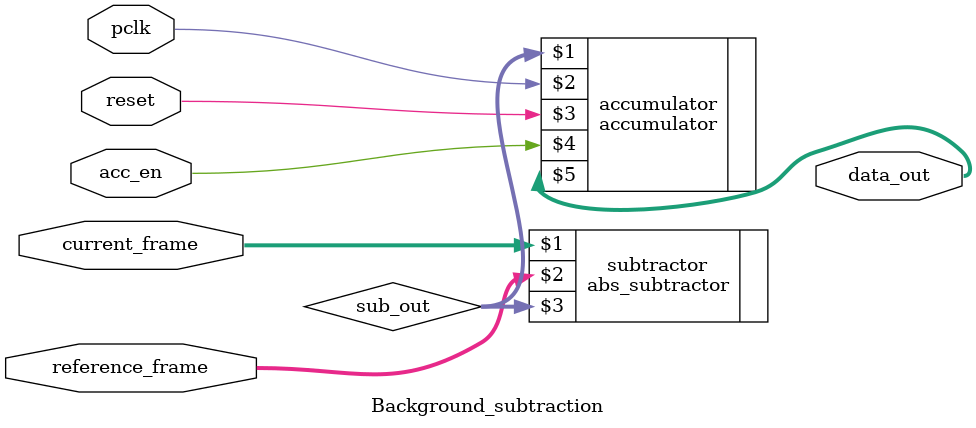
<source format=v>
`timescale 1ns / 1ps
module Background_subtraction(pclk, reset, data_out, acc_en, current_frame, reference_frame);
// Port Instantiation Declaration
input pclk, reset, acc_en;
input [4:0] current_frame, reference_frame;
output [4:0] data_out;

wire [4:0] sub_out;
//reg [4:0] data_out;

abs_subtractor subtractor(current_frame, reference_frame, sub_out);
accumulator accumulator(sub_out, pclk, reset, acc_en, data_out);

endmodule

</source>
